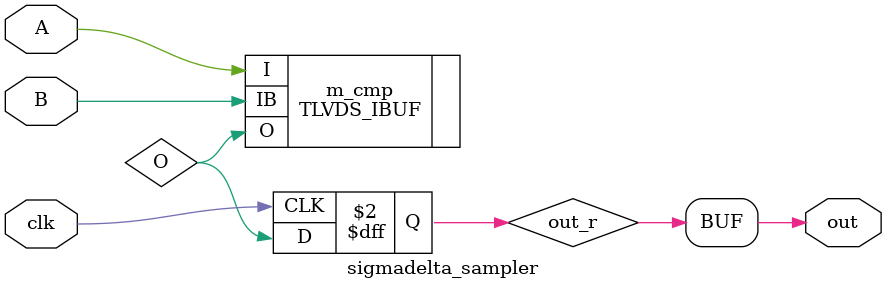
<source format=v>
`timescale 1ns/1ps

module sigmadelta_sampler(
    input wire clk,
    input wire A,
    input wire B,
    output wire out
);

    wire O;
    reg out_r;

    TLVDS_IBUF m_cmp(
        .I(A),
        .IB(B),
        .O(O)
    );

    always @(posedge clk) begin
        out_r = O;
    end
    assign out = out_r;

endmodule
</source>
